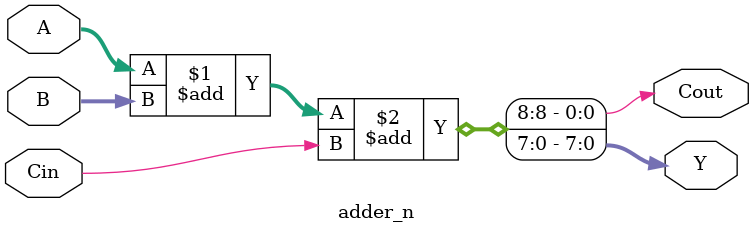
<source format=sv>
module adder_n #(parameter N=8)
				(input  logic [N-1:0] A, B, 
             input  logic Cin, 
             output logic [N-1:0] Y,
				 output logic Cout);
				 
				 assign {Cout,Y} = A + B + Cin;	 
				 
endmodule
</source>
